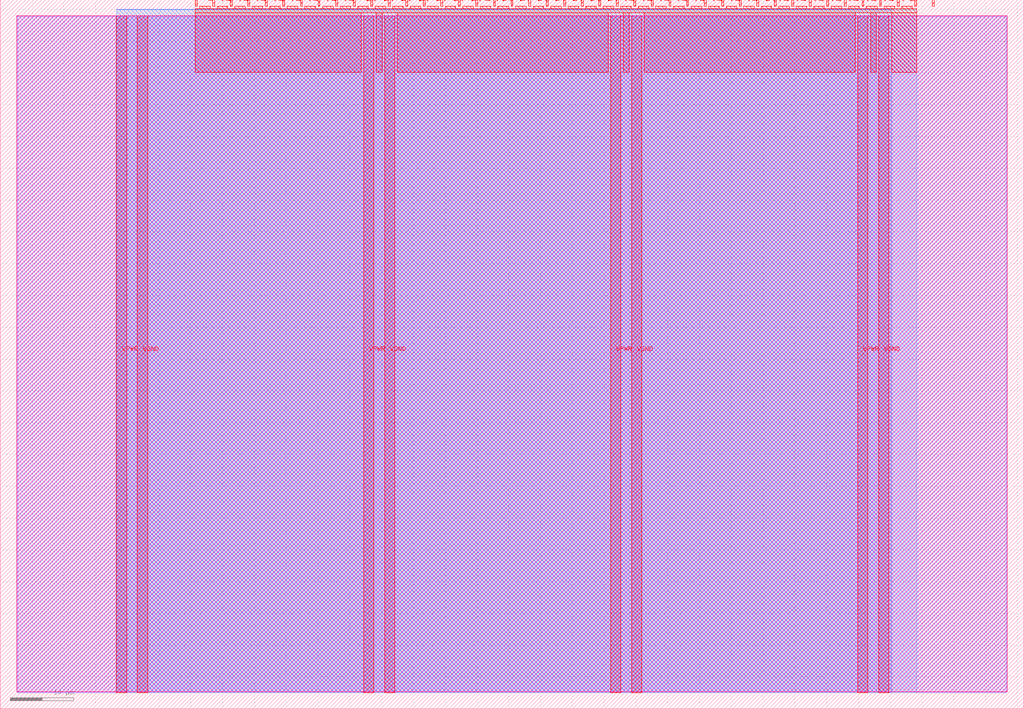
<source format=lef>
VERSION 5.7 ;
  NOWIREEXTENSIONATPIN ON ;
  DIVIDERCHAR "/" ;
  BUSBITCHARS "[]" ;
MACRO tt_um_vga_projekt_ed_nkpng
  CLASS BLOCK ;
  FOREIGN tt_um_vga_projekt_ed_nkpng ;
  ORIGIN 0.000 0.000 ;
  SIZE 161.000 BY 111.520 ;
  PIN VGND
    DIRECTION INOUT ;
    USE GROUND ;
    PORT
      LAYER met4 ;
        RECT 21.580 2.480 23.180 109.040 ;
    END
    PORT
      LAYER met4 ;
        RECT 60.450 2.480 62.050 109.040 ;
    END
    PORT
      LAYER met4 ;
        RECT 99.320 2.480 100.920 109.040 ;
    END
    PORT
      LAYER met4 ;
        RECT 138.190 2.480 139.790 109.040 ;
    END
  END VGND
  PIN VPWR
    DIRECTION INOUT ;
    USE POWER ;
    PORT
      LAYER met4 ;
        RECT 18.280 2.480 19.880 109.040 ;
    END
    PORT
      LAYER met4 ;
        RECT 57.150 2.480 58.750 109.040 ;
    END
    PORT
      LAYER met4 ;
        RECT 96.020 2.480 97.620 109.040 ;
    END
    PORT
      LAYER met4 ;
        RECT 134.890 2.480 136.490 109.040 ;
    END
  END VPWR
  PIN clk
    DIRECTION INPUT ;
    USE SIGNAL ;
    ANTENNAGATEAREA 0.159000 ;
    PORT
      LAYER met4 ;
        RECT 143.830 110.520 144.130 111.520 ;
    END
  END clk
  PIN ena
    DIRECTION INPUT ;
    USE SIGNAL ;
    PORT
      LAYER met4 ;
        RECT 146.590 110.520 146.890 111.520 ;
    END
  END ena
  PIN rst_n
    DIRECTION INPUT ;
    USE SIGNAL ;
    PORT
      LAYER met4 ;
        RECT 141.070 110.520 141.370 111.520 ;
    END
  END rst_n
  PIN ui_in[0]
    DIRECTION INPUT ;
    USE SIGNAL ;
    PORT
      LAYER met4 ;
        RECT 138.310 110.520 138.610 111.520 ;
    END
  END ui_in[0]
  PIN ui_in[1]
    DIRECTION INPUT ;
    USE SIGNAL ;
    PORT
      LAYER met4 ;
        RECT 135.550 110.520 135.850 111.520 ;
    END
  END ui_in[1]
  PIN ui_in[2]
    DIRECTION INPUT ;
    USE SIGNAL ;
    PORT
      LAYER met4 ;
        RECT 132.790 110.520 133.090 111.520 ;
    END
  END ui_in[2]
  PIN ui_in[3]
    DIRECTION INPUT ;
    USE SIGNAL ;
    PORT
      LAYER met4 ;
        RECT 130.030 110.520 130.330 111.520 ;
    END
  END ui_in[3]
  PIN ui_in[4]
    DIRECTION INPUT ;
    USE SIGNAL ;
    PORT
      LAYER met4 ;
        RECT 127.270 110.520 127.570 111.520 ;
    END
  END ui_in[4]
  PIN ui_in[5]
    DIRECTION INPUT ;
    USE SIGNAL ;
    PORT
      LAYER met4 ;
        RECT 124.510 110.520 124.810 111.520 ;
    END
  END ui_in[5]
  PIN ui_in[6]
    DIRECTION INPUT ;
    USE SIGNAL ;
    PORT
      LAYER met4 ;
        RECT 121.750 110.520 122.050 111.520 ;
    END
  END ui_in[6]
  PIN ui_in[7]
    DIRECTION INPUT ;
    USE SIGNAL ;
    PORT
      LAYER met4 ;
        RECT 118.990 110.520 119.290 111.520 ;
    END
  END ui_in[7]
  PIN uio_in[0]
    DIRECTION INPUT ;
    USE SIGNAL ;
    PORT
      LAYER met4 ;
        RECT 116.230 110.520 116.530 111.520 ;
    END
  END uio_in[0]
  PIN uio_in[1]
    DIRECTION INPUT ;
    USE SIGNAL ;
    PORT
      LAYER met4 ;
        RECT 113.470 110.520 113.770 111.520 ;
    END
  END uio_in[1]
  PIN uio_in[2]
    DIRECTION INPUT ;
    USE SIGNAL ;
    PORT
      LAYER met4 ;
        RECT 110.710 110.520 111.010 111.520 ;
    END
  END uio_in[2]
  PIN uio_in[3]
    DIRECTION INPUT ;
    USE SIGNAL ;
    PORT
      LAYER met4 ;
        RECT 107.950 110.520 108.250 111.520 ;
    END
  END uio_in[3]
  PIN uio_in[4]
    DIRECTION INPUT ;
    USE SIGNAL ;
    PORT
      LAYER met4 ;
        RECT 105.190 110.520 105.490 111.520 ;
    END
  END uio_in[4]
  PIN uio_in[5]
    DIRECTION INPUT ;
    USE SIGNAL ;
    PORT
      LAYER met4 ;
        RECT 102.430 110.520 102.730 111.520 ;
    END
  END uio_in[5]
  PIN uio_in[6]
    DIRECTION INPUT ;
    USE SIGNAL ;
    PORT
      LAYER met4 ;
        RECT 99.670 110.520 99.970 111.520 ;
    END
  END uio_in[6]
  PIN uio_in[7]
    DIRECTION INPUT ;
    USE SIGNAL ;
    PORT
      LAYER met4 ;
        RECT 96.910 110.520 97.210 111.520 ;
    END
  END uio_in[7]
  PIN uio_oe[0]
    DIRECTION OUTPUT ;
    USE SIGNAL ;
    PORT
      LAYER met4 ;
        RECT 49.990 110.520 50.290 111.520 ;
    END
  END uio_oe[0]
  PIN uio_oe[1]
    DIRECTION OUTPUT ;
    USE SIGNAL ;
    PORT
      LAYER met4 ;
        RECT 47.230 110.520 47.530 111.520 ;
    END
  END uio_oe[1]
  PIN uio_oe[2]
    DIRECTION OUTPUT ;
    USE SIGNAL ;
    PORT
      LAYER met4 ;
        RECT 44.470 110.520 44.770 111.520 ;
    END
  END uio_oe[2]
  PIN uio_oe[3]
    DIRECTION OUTPUT ;
    USE SIGNAL ;
    PORT
      LAYER met4 ;
        RECT 41.710 110.520 42.010 111.520 ;
    END
  END uio_oe[3]
  PIN uio_oe[4]
    DIRECTION OUTPUT ;
    USE SIGNAL ;
    PORT
      LAYER met4 ;
        RECT 38.950 110.520 39.250 111.520 ;
    END
  END uio_oe[4]
  PIN uio_oe[5]
    DIRECTION OUTPUT ;
    USE SIGNAL ;
    PORT
      LAYER met4 ;
        RECT 36.190 110.520 36.490 111.520 ;
    END
  END uio_oe[5]
  PIN uio_oe[6]
    DIRECTION OUTPUT ;
    USE SIGNAL ;
    PORT
      LAYER met4 ;
        RECT 33.430 110.520 33.730 111.520 ;
    END
  END uio_oe[6]
  PIN uio_oe[7]
    DIRECTION OUTPUT ;
    USE SIGNAL ;
    PORT
      LAYER met4 ;
        RECT 30.670 110.520 30.970 111.520 ;
    END
  END uio_oe[7]
  PIN uio_out[0]
    DIRECTION OUTPUT ;
    USE SIGNAL ;
    PORT
      LAYER met4 ;
        RECT 72.070 110.520 72.370 111.520 ;
    END
  END uio_out[0]
  PIN uio_out[1]
    DIRECTION OUTPUT ;
    USE SIGNAL ;
    PORT
      LAYER met4 ;
        RECT 69.310 110.520 69.610 111.520 ;
    END
  END uio_out[1]
  PIN uio_out[2]
    DIRECTION OUTPUT ;
    USE SIGNAL ;
    PORT
      LAYER met4 ;
        RECT 66.550 110.520 66.850 111.520 ;
    END
  END uio_out[2]
  PIN uio_out[3]
    DIRECTION OUTPUT ;
    USE SIGNAL ;
    PORT
      LAYER met4 ;
        RECT 63.790 110.520 64.090 111.520 ;
    END
  END uio_out[3]
  PIN uio_out[4]
    DIRECTION OUTPUT ;
    USE SIGNAL ;
    PORT
      LAYER met4 ;
        RECT 61.030 110.520 61.330 111.520 ;
    END
  END uio_out[4]
  PIN uio_out[5]
    DIRECTION OUTPUT ;
    USE SIGNAL ;
    PORT
      LAYER met4 ;
        RECT 58.270 110.520 58.570 111.520 ;
    END
  END uio_out[5]
  PIN uio_out[6]
    DIRECTION OUTPUT ;
    USE SIGNAL ;
    PORT
      LAYER met4 ;
        RECT 55.510 110.520 55.810 111.520 ;
    END
  END uio_out[6]
  PIN uio_out[7]
    DIRECTION OUTPUT ;
    USE SIGNAL ;
    PORT
      LAYER met4 ;
        RECT 52.750 110.520 53.050 111.520 ;
    END
  END uio_out[7]
  PIN uo_out[0]
    DIRECTION OUTPUT ;
    USE SIGNAL ;
    ANTENNADIFFAREA 0.445500 ;
    PORT
      LAYER met4 ;
        RECT 94.150 110.520 94.450 111.520 ;
    END
  END uo_out[0]
  PIN uo_out[1]
    DIRECTION OUTPUT ;
    USE SIGNAL ;
    ANTENNADIFFAREA 0.445500 ;
    PORT
      LAYER met4 ;
        RECT 91.390 110.520 91.690 111.520 ;
    END
  END uo_out[1]
  PIN uo_out[2]
    DIRECTION OUTPUT ;
    USE SIGNAL ;
    ANTENNADIFFAREA 0.445500 ;
    PORT
      LAYER met4 ;
        RECT 88.630 110.520 88.930 111.520 ;
    END
  END uo_out[2]
  PIN uo_out[3]
    DIRECTION OUTPUT ;
    USE SIGNAL ;
    ANTENNADIFFAREA 0.445500 ;
    PORT
      LAYER met4 ;
        RECT 85.870 110.520 86.170 111.520 ;
    END
  END uo_out[3]
  PIN uo_out[4]
    DIRECTION OUTPUT ;
    USE SIGNAL ;
    ANTENNADIFFAREA 0.445500 ;
    PORT
      LAYER met4 ;
        RECT 83.110 110.520 83.410 111.520 ;
    END
  END uo_out[4]
  PIN uo_out[5]
    DIRECTION OUTPUT ;
    USE SIGNAL ;
    ANTENNADIFFAREA 0.445500 ;
    PORT
      LAYER met4 ;
        RECT 80.350 110.520 80.650 111.520 ;
    END
  END uo_out[5]
  PIN uo_out[6]
    DIRECTION OUTPUT ;
    USE SIGNAL ;
    ANTENNADIFFAREA 0.445500 ;
    PORT
      LAYER met4 ;
        RECT 77.590 110.520 77.890 111.520 ;
    END
  END uo_out[6]
  PIN uo_out[7]
    DIRECTION OUTPUT ;
    USE SIGNAL ;
    ANTENNADIFFAREA 0.445500 ;
    PORT
      LAYER met4 ;
        RECT 74.830 110.520 75.130 111.520 ;
    END
  END uo_out[7]
  OBS
      LAYER nwell ;
        RECT 2.570 2.635 158.430 108.990 ;
      LAYER li1 ;
        RECT 2.760 2.635 158.240 108.885 ;
      LAYER met1 ;
        RECT 2.760 2.480 158.240 109.040 ;
      LAYER met2 ;
        RECT 18.310 2.535 140.210 110.005 ;
      LAYER met3 ;
        RECT 18.290 2.555 144.170 109.985 ;
      LAYER met4 ;
        RECT 31.370 110.120 33.030 110.520 ;
        RECT 34.130 110.120 35.790 110.520 ;
        RECT 36.890 110.120 38.550 110.520 ;
        RECT 39.650 110.120 41.310 110.520 ;
        RECT 42.410 110.120 44.070 110.520 ;
        RECT 45.170 110.120 46.830 110.520 ;
        RECT 47.930 110.120 49.590 110.520 ;
        RECT 50.690 110.120 52.350 110.520 ;
        RECT 53.450 110.120 55.110 110.520 ;
        RECT 56.210 110.120 57.870 110.520 ;
        RECT 58.970 110.120 60.630 110.520 ;
        RECT 61.730 110.120 63.390 110.520 ;
        RECT 64.490 110.120 66.150 110.520 ;
        RECT 67.250 110.120 68.910 110.520 ;
        RECT 70.010 110.120 71.670 110.520 ;
        RECT 72.770 110.120 74.430 110.520 ;
        RECT 75.530 110.120 77.190 110.520 ;
        RECT 78.290 110.120 79.950 110.520 ;
        RECT 81.050 110.120 82.710 110.520 ;
        RECT 83.810 110.120 85.470 110.520 ;
        RECT 86.570 110.120 88.230 110.520 ;
        RECT 89.330 110.120 90.990 110.520 ;
        RECT 92.090 110.120 93.750 110.520 ;
        RECT 94.850 110.120 96.510 110.520 ;
        RECT 97.610 110.120 99.270 110.520 ;
        RECT 100.370 110.120 102.030 110.520 ;
        RECT 103.130 110.120 104.790 110.520 ;
        RECT 105.890 110.120 107.550 110.520 ;
        RECT 108.650 110.120 110.310 110.520 ;
        RECT 111.410 110.120 113.070 110.520 ;
        RECT 114.170 110.120 115.830 110.520 ;
        RECT 116.930 110.120 118.590 110.520 ;
        RECT 119.690 110.120 121.350 110.520 ;
        RECT 122.450 110.120 124.110 110.520 ;
        RECT 125.210 110.120 126.870 110.520 ;
        RECT 127.970 110.120 129.630 110.520 ;
        RECT 130.730 110.120 132.390 110.520 ;
        RECT 133.490 110.120 135.150 110.520 ;
        RECT 136.250 110.120 137.910 110.520 ;
        RECT 139.010 110.120 140.670 110.520 ;
        RECT 141.770 110.120 143.430 110.520 ;
        RECT 30.655 109.440 144.145 110.120 ;
        RECT 30.655 100.135 56.750 109.440 ;
        RECT 59.150 100.135 60.050 109.440 ;
        RECT 62.450 100.135 95.620 109.440 ;
        RECT 98.020 100.135 98.920 109.440 ;
        RECT 101.320 100.135 134.490 109.440 ;
        RECT 136.890 100.135 137.790 109.440 ;
        RECT 140.190 100.135 144.145 109.440 ;
  END
END tt_um_vga_projekt_ed_nkpng
END LIBRARY


</source>
